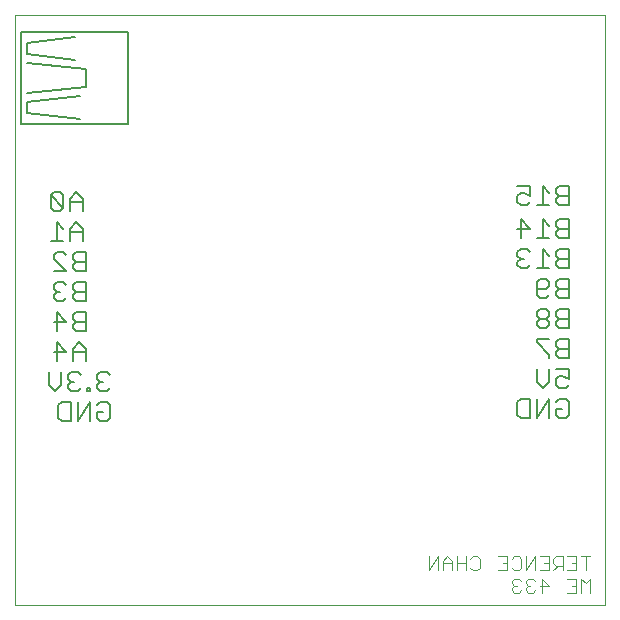
<source format=gbo>
G75*
%MOIN*%
%OFA0B0*%
%FSLAX25Y25*%
%IPPOS*%
%LPD*%
%AMOC8*
5,1,8,0,0,1.08239X$1,22.5*
%
%ADD10C,0.00000*%
%ADD11C,0.00700*%
%ADD12C,0.00400*%
%ADD13C,0.00500*%
D10*
X0006800Y0021800D02*
X0006800Y0218650D01*
X0203650Y0218650D01*
X0203650Y0021800D01*
X0006800Y0021800D01*
D11*
X0022406Y0083150D02*
X0021355Y0084201D01*
X0021355Y0088404D01*
X0022406Y0089455D01*
X0025559Y0089455D01*
X0025559Y0083150D01*
X0022406Y0083150D01*
X0027801Y0083150D02*
X0027801Y0089455D01*
X0027731Y0093150D02*
X0025629Y0093150D01*
X0024578Y0094201D01*
X0024578Y0095252D01*
X0025629Y0096303D01*
X0026680Y0096303D01*
X0025629Y0096303D02*
X0024578Y0097354D01*
X0024578Y0098404D01*
X0025629Y0099455D01*
X0027731Y0099455D01*
X0028782Y0098404D01*
X0028782Y0094201D02*
X0027731Y0093150D01*
X0030954Y0093150D02*
X0032005Y0093150D01*
X0032005Y0094201D01*
X0030954Y0094201D01*
X0030954Y0093150D01*
X0034246Y0094201D02*
X0035297Y0093150D01*
X0037399Y0093150D01*
X0038450Y0094201D01*
X0036348Y0096303D02*
X0035297Y0096303D01*
X0034246Y0095252D01*
X0034246Y0094201D01*
X0035297Y0096303D02*
X0034246Y0097354D01*
X0034246Y0098404D01*
X0035297Y0099455D01*
X0037399Y0099455D01*
X0038450Y0098404D01*
X0037399Y0089455D02*
X0035297Y0089455D01*
X0034246Y0088404D01*
X0034246Y0086303D02*
X0036348Y0086303D01*
X0034246Y0086303D02*
X0034246Y0084201D01*
X0035297Y0083150D01*
X0037399Y0083150D01*
X0038450Y0084201D01*
X0038450Y0088404D01*
X0037399Y0089455D01*
X0032005Y0089455D02*
X0032005Y0083150D01*
X0027801Y0083150D02*
X0032005Y0089455D01*
X0022336Y0095252D02*
X0022336Y0099455D01*
X0020852Y0103150D02*
X0020852Y0109455D01*
X0024005Y0106303D01*
X0019801Y0106303D01*
X0026246Y0106303D02*
X0030450Y0106303D01*
X0030450Y0107354D02*
X0028348Y0109455D01*
X0026246Y0107354D01*
X0026246Y0103150D01*
X0030450Y0103150D02*
X0030450Y0107354D01*
X0030450Y0113150D02*
X0027297Y0113150D01*
X0026246Y0114201D01*
X0026246Y0115252D01*
X0027297Y0116303D01*
X0030450Y0116303D01*
X0030450Y0119455D02*
X0030450Y0113150D01*
X0027297Y0116303D02*
X0026246Y0117354D01*
X0026246Y0118404D01*
X0027297Y0119455D01*
X0030450Y0119455D01*
X0030450Y0123150D02*
X0027297Y0123150D01*
X0026246Y0124201D01*
X0026246Y0125252D01*
X0027297Y0126303D01*
X0030450Y0126303D01*
X0030450Y0129455D02*
X0027297Y0129455D01*
X0026246Y0128404D01*
X0026246Y0127354D01*
X0027297Y0126303D01*
X0024005Y0128404D02*
X0022954Y0129455D01*
X0020852Y0129455D01*
X0019801Y0128404D01*
X0019801Y0127354D01*
X0020852Y0126303D01*
X0019801Y0125252D01*
X0019801Y0124201D01*
X0020852Y0123150D01*
X0022954Y0123150D01*
X0024005Y0124201D01*
X0021903Y0126303D02*
X0020852Y0126303D01*
X0020852Y0119455D02*
X0024005Y0116303D01*
X0019801Y0116303D01*
X0020852Y0119455D02*
X0020852Y0113150D01*
X0030450Y0123150D02*
X0030450Y0129455D01*
X0030450Y0133150D02*
X0027297Y0133150D01*
X0026246Y0134201D01*
X0026246Y0135252D01*
X0027297Y0136303D01*
X0030450Y0136303D01*
X0030450Y0139455D02*
X0027297Y0139455D01*
X0026246Y0138404D01*
X0026246Y0137354D01*
X0027297Y0136303D01*
X0024005Y0138404D02*
X0022954Y0139455D01*
X0020852Y0139455D01*
X0019801Y0138404D01*
X0019801Y0137354D01*
X0024005Y0133150D01*
X0019801Y0133150D01*
X0018801Y0143150D02*
X0023005Y0143150D01*
X0020903Y0143150D02*
X0020903Y0149455D01*
X0023005Y0147354D01*
X0025246Y0147354D02*
X0025246Y0143150D01*
X0025246Y0146303D02*
X0029450Y0146303D01*
X0029450Y0147354D02*
X0029450Y0143150D01*
X0030450Y0139455D02*
X0030450Y0133150D01*
X0029450Y0147354D02*
X0027348Y0149455D01*
X0025246Y0147354D01*
X0025246Y0153150D02*
X0025246Y0157354D01*
X0027348Y0159455D01*
X0029450Y0157354D01*
X0029450Y0153150D01*
X0029450Y0156303D02*
X0025246Y0156303D01*
X0023005Y0158404D02*
X0023005Y0154201D01*
X0018801Y0158404D01*
X0018801Y0154201D01*
X0019852Y0153150D01*
X0021954Y0153150D01*
X0023005Y0154201D01*
X0023005Y0158404D02*
X0021954Y0159455D01*
X0019852Y0159455D01*
X0018801Y0158404D01*
X0018133Y0099455D02*
X0018133Y0095252D01*
X0020234Y0093150D01*
X0022336Y0095252D01*
X0174355Y0089404D02*
X0174355Y0085201D01*
X0175406Y0084150D01*
X0178559Y0084150D01*
X0178559Y0090455D01*
X0175406Y0090455D01*
X0174355Y0089404D01*
X0180801Y0090455D02*
X0180801Y0084150D01*
X0185005Y0090455D01*
X0185005Y0084150D01*
X0187246Y0085201D02*
X0187246Y0087303D01*
X0189348Y0087303D01*
X0187246Y0089404D02*
X0188297Y0090455D01*
X0190399Y0090455D01*
X0191450Y0089404D01*
X0191450Y0085201D01*
X0190399Y0084150D01*
X0188297Y0084150D01*
X0187246Y0085201D01*
X0188297Y0094150D02*
X0190399Y0094150D01*
X0191450Y0095201D01*
X0191450Y0097303D02*
X0189348Y0098354D01*
X0188297Y0098354D01*
X0187246Y0097303D01*
X0187246Y0095201D01*
X0188297Y0094150D01*
X0185005Y0096252D02*
X0182903Y0094150D01*
X0180801Y0096252D01*
X0180801Y0100455D01*
X0185005Y0100455D02*
X0185005Y0096252D01*
X0187246Y0100455D02*
X0191450Y0100455D01*
X0191450Y0097303D01*
X0191450Y0104150D02*
X0188297Y0104150D01*
X0187246Y0105201D01*
X0187246Y0106252D01*
X0188297Y0107303D01*
X0191450Y0107303D01*
X0191450Y0110455D02*
X0191450Y0104150D01*
X0188297Y0107303D02*
X0187246Y0108354D01*
X0187246Y0109404D01*
X0188297Y0110455D01*
X0191450Y0110455D01*
X0191450Y0114150D02*
X0188297Y0114150D01*
X0187246Y0115201D01*
X0187246Y0116252D01*
X0188297Y0117303D01*
X0191450Y0117303D01*
X0191450Y0120455D02*
X0188297Y0120455D01*
X0187246Y0119404D01*
X0187246Y0118354D01*
X0188297Y0117303D01*
X0185005Y0118354D02*
X0185005Y0119404D01*
X0183954Y0120455D01*
X0181852Y0120455D01*
X0180801Y0119404D01*
X0180801Y0118354D01*
X0181852Y0117303D01*
X0183954Y0117303D01*
X0185005Y0118354D01*
X0183954Y0117303D02*
X0185005Y0116252D01*
X0185005Y0115201D01*
X0183954Y0114150D01*
X0181852Y0114150D01*
X0180801Y0115201D01*
X0180801Y0116252D01*
X0181852Y0117303D01*
X0181852Y0124150D02*
X0180801Y0125201D01*
X0180801Y0129404D01*
X0181852Y0130455D01*
X0183954Y0130455D01*
X0185005Y0129404D01*
X0185005Y0128354D01*
X0183954Y0127303D01*
X0180801Y0127303D01*
X0181852Y0124150D02*
X0183954Y0124150D01*
X0185005Y0125201D01*
X0187246Y0125201D02*
X0187246Y0126252D01*
X0188297Y0127303D01*
X0191450Y0127303D01*
X0191450Y0130455D02*
X0191450Y0124150D01*
X0188297Y0124150D01*
X0187246Y0125201D01*
X0188297Y0127303D02*
X0187246Y0128354D01*
X0187246Y0129404D01*
X0188297Y0130455D01*
X0191450Y0130455D01*
X0191450Y0134150D02*
X0188297Y0134150D01*
X0187246Y0135201D01*
X0187246Y0136252D01*
X0188297Y0137303D01*
X0191450Y0137303D01*
X0191450Y0140455D02*
X0191450Y0134150D01*
X0188297Y0137303D02*
X0187246Y0138354D01*
X0187246Y0139404D01*
X0188297Y0140455D01*
X0191450Y0140455D01*
X0191450Y0144150D02*
X0188297Y0144150D01*
X0187246Y0145201D01*
X0187246Y0146252D01*
X0188297Y0147303D01*
X0191450Y0147303D01*
X0191450Y0150455D02*
X0188297Y0150455D01*
X0187246Y0149404D01*
X0187246Y0148354D01*
X0188297Y0147303D01*
X0185005Y0148354D02*
X0182903Y0150455D01*
X0182903Y0144150D01*
X0185005Y0144150D02*
X0180801Y0144150D01*
X0182903Y0140455D02*
X0182903Y0134150D01*
X0185005Y0134150D02*
X0180801Y0134150D01*
X0178559Y0135201D02*
X0177508Y0134150D01*
X0175406Y0134150D01*
X0174355Y0135201D01*
X0174355Y0136252D01*
X0175406Y0137303D01*
X0176457Y0137303D01*
X0175406Y0137303D02*
X0174355Y0138354D01*
X0174355Y0139404D01*
X0175406Y0140455D01*
X0177508Y0140455D01*
X0178559Y0139404D01*
X0182903Y0140455D02*
X0185005Y0138354D01*
X0191450Y0144150D02*
X0191450Y0150455D01*
X0191450Y0155150D02*
X0188297Y0155150D01*
X0187246Y0156201D01*
X0187246Y0157252D01*
X0188297Y0158303D01*
X0191450Y0158303D01*
X0191450Y0161455D02*
X0188297Y0161455D01*
X0187246Y0160404D01*
X0187246Y0159354D01*
X0188297Y0158303D01*
X0185005Y0159354D02*
X0182903Y0161455D01*
X0182903Y0155150D01*
X0185005Y0155150D02*
X0180801Y0155150D01*
X0178559Y0156201D02*
X0177508Y0155150D01*
X0175406Y0155150D01*
X0174355Y0156201D01*
X0174355Y0158303D01*
X0175406Y0159354D01*
X0176457Y0159354D01*
X0178559Y0158303D01*
X0178559Y0161455D01*
X0174355Y0161455D01*
X0175406Y0150455D02*
X0178559Y0147303D01*
X0174355Y0147303D01*
X0175406Y0150455D02*
X0175406Y0144150D01*
X0191450Y0155150D02*
X0191450Y0161455D01*
X0191450Y0120455D02*
X0191450Y0114150D01*
X0185005Y0110455D02*
X0180801Y0110455D01*
X0180801Y0109404D01*
X0185005Y0105201D01*
X0185005Y0104150D01*
D12*
X0184788Y0038104D02*
X0181719Y0038104D01*
X0180184Y0038104D02*
X0177115Y0033500D01*
X0177115Y0038104D01*
X0175580Y0037337D02*
X0175580Y0034267D01*
X0174813Y0033500D01*
X0173278Y0033500D01*
X0172511Y0034267D01*
X0170976Y0033500D02*
X0167907Y0033500D01*
X0169442Y0035802D02*
X0170976Y0035802D01*
X0172511Y0037337D02*
X0173278Y0038104D01*
X0174813Y0038104D01*
X0175580Y0037337D01*
X0170976Y0038104D02*
X0170976Y0033500D01*
X0173278Y0030604D02*
X0172511Y0029837D01*
X0172511Y0029069D01*
X0173278Y0028302D01*
X0172511Y0027535D01*
X0172511Y0026767D01*
X0173278Y0026000D01*
X0174813Y0026000D01*
X0175580Y0026767D01*
X0177115Y0026767D02*
X0177115Y0027535D01*
X0177882Y0028302D01*
X0178650Y0028302D01*
X0177882Y0028302D02*
X0177115Y0029069D01*
X0177115Y0029837D01*
X0177882Y0030604D01*
X0179417Y0030604D01*
X0180184Y0029837D01*
X0181719Y0028302D02*
X0184788Y0028302D01*
X0182486Y0030604D01*
X0182486Y0026000D01*
X0180184Y0026767D02*
X0179417Y0026000D01*
X0177882Y0026000D01*
X0177115Y0026767D01*
X0174046Y0028302D02*
X0173278Y0028302D01*
X0173278Y0030604D02*
X0174813Y0030604D01*
X0175580Y0029837D01*
X0180184Y0033500D02*
X0180184Y0038104D01*
X0183254Y0035802D02*
X0184788Y0035802D01*
X0186323Y0035802D02*
X0186323Y0037337D01*
X0187090Y0038104D01*
X0189392Y0038104D01*
X0189392Y0033500D01*
X0189392Y0035035D02*
X0187090Y0035035D01*
X0186323Y0035802D01*
X0187858Y0035035D02*
X0186323Y0033500D01*
X0184788Y0033500D02*
X0181719Y0033500D01*
X0184788Y0033500D02*
X0184788Y0038104D01*
X0190927Y0038104D02*
X0193996Y0038104D01*
X0193996Y0033500D01*
X0190927Y0033500D01*
X0192461Y0035802D02*
X0193996Y0035802D01*
X0195531Y0038104D02*
X0198600Y0038104D01*
X0197065Y0038104D02*
X0197065Y0033500D01*
X0195531Y0030604D02*
X0195531Y0026000D01*
X0193996Y0026000D02*
X0190927Y0026000D01*
X0192461Y0028302D02*
X0193996Y0028302D01*
X0193996Y0030604D02*
X0193996Y0026000D01*
X0197065Y0029069D02*
X0195531Y0030604D01*
X0193996Y0030604D02*
X0190927Y0030604D01*
X0197065Y0029069D02*
X0198600Y0030604D01*
X0198600Y0026000D01*
X0170976Y0038104D02*
X0167907Y0038104D01*
X0161769Y0037337D02*
X0161769Y0034267D01*
X0161001Y0033500D01*
X0159467Y0033500D01*
X0158699Y0034267D01*
X0157165Y0033500D02*
X0157165Y0038104D01*
X0158699Y0037337D02*
X0159467Y0038104D01*
X0161001Y0038104D01*
X0161769Y0037337D01*
X0157165Y0035802D02*
X0154095Y0035802D01*
X0152561Y0035802D02*
X0149491Y0035802D01*
X0149491Y0036569D02*
X0149491Y0033500D01*
X0147957Y0033500D02*
X0147957Y0038104D01*
X0144888Y0033500D01*
X0144888Y0038104D01*
X0149491Y0036569D02*
X0151026Y0038104D01*
X0152561Y0036569D01*
X0152561Y0033500D01*
X0154095Y0033500D02*
X0154095Y0038104D01*
D13*
X0044438Y0182194D02*
X0009005Y0182194D01*
X0009005Y0212902D01*
X0044438Y0212902D01*
X0044438Y0182194D01*
X0030658Y0194595D02*
X0010973Y0192627D01*
X0010973Y0189674D02*
X0028690Y0191643D01*
X0030658Y0194595D02*
X0030658Y0200501D01*
X0010973Y0202469D01*
X0010973Y0205422D02*
X0026721Y0203454D01*
X0026721Y0211328D02*
X0010973Y0209359D01*
X0010973Y0205422D01*
X0010973Y0189674D02*
X0010973Y0185737D01*
X0028690Y0183769D01*
M02*

</source>
